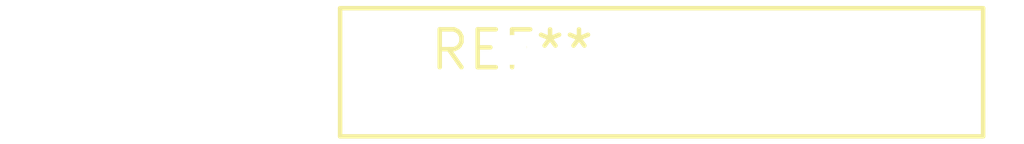
<source format=kicad_pcb>
(kicad_pcb (version 20240108) (generator pcbnew)
  (layers (0 "F.Cu" signal) (31 "B.Cu" signal) (34 "B.Paste" user) (35 "F.Paste" user) (36 "B.SilkS" user "B.Silkscreen") (37 "F.SilkS" user "F.Silkscreen") (38 "B.Mask" user) (39 "F.Mask" user) (44 "Edge.Cuts" user))
  (net 0 "")
  (footprint "RV_Disc_D21.5mm_W4.3mm_P10mm" (layer "F.Cu") (at 0 0)
    (property "Reference" "REF**")
    (property "Value" "RV_Disc_D21.5mm_W4.3mm_P10mm")
    (fp_line (start -5.75 -1.4) (end -5.75 2.9) (layer "F.SilkS") (stroke (width 0.15)))
    (fp_line (start -5.75 -1.4) (end 15.75 -1.4) (layer "F.SilkS") (stroke (width 0.15)))
    (fp_line (start -5.75 2.9) (end 15.75 2.9) (layer "F.SilkS") (stroke (width 0.15)))
    (fp_line (start 15.75 -1.4) (end 15.75 2.9) (layer "F.SilkS") (stroke (width 0.15)))
    (pad "1" thru_hole circle (at 0 0) (size 2 2) (drill 1) (layers *.Cu *.Mask) (remove_unused_layers))
    (pad "2" thru_hole circle (at 10 1.5) (size 2 2) (drill 1) (layers *.Cu *.Mask) (remove_unused_layers))
  )
)
</source>
